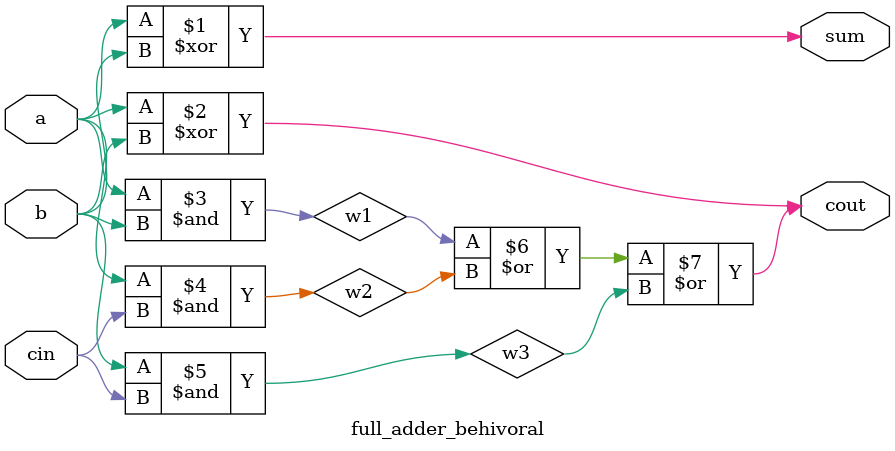
<source format=v>
module full_adder_behivoral(
    input a,
    input b,
    input cin,
    output cout,
    output sum
    );
    wire w1,w2,w3;
    xor x1(sum,a,b);
    xor x2(cout,a,b);
    and a1(w1,a,b);
    and a2(w2,a,cin);
    and a3(w3,b,cin);
    or o1(cout,w1,w2,w3);
    
endmodule
</source>
